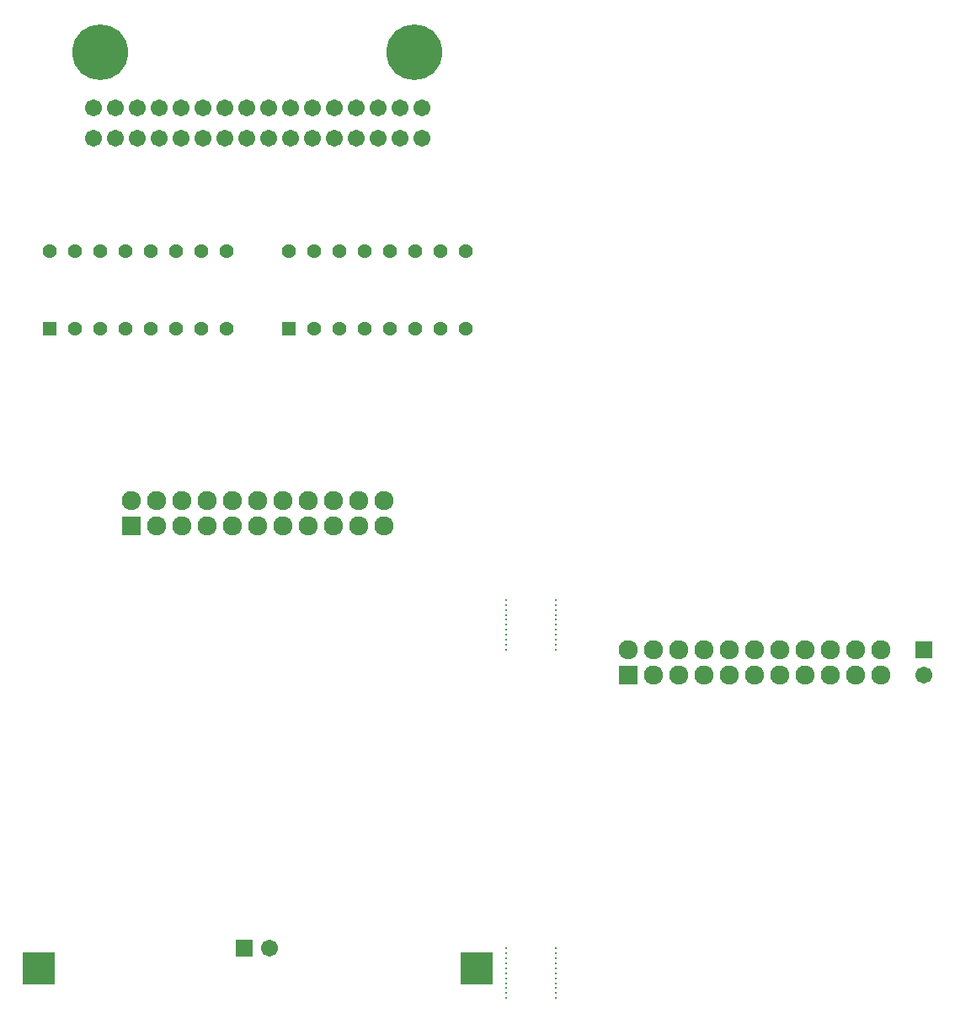
<source format=gbs>
G04*
G04 #@! TF.GenerationSoftware,Altium Limited,Altium Designer,24.1.2 (44)*
G04*
G04 Layer_Color=16711935*
%FSLAX25Y25*%
%MOIN*%
G70*
G04*
G04 #@! TF.SameCoordinates,470A4D24-D506-40DE-B28D-38AA9C1F057A*
G04*
G04*
G04 #@! TF.FilePolarity,Negative*
G04*
G01*
G75*
%ADD15R,0.07591X0.07591*%
%ADD16C,0.07591*%
%ADD17R,0.12611X0.12611*%
%ADD18R,0.06706X0.06706*%
%ADD19C,0.06706*%
%ADD20R,0.05642X0.05642*%
%ADD21C,0.05642*%
%ADD22C,0.22060*%
%ADD23R,0.06706X0.06706*%
%ADD24C,0.01181*%
D15*
X245276Y127795D02*
D03*
X48425Y186850D02*
D03*
D16*
X255276Y127795D02*
D03*
X265276D02*
D03*
X275276D02*
D03*
X285276D02*
D03*
X295276D02*
D03*
X305276D02*
D03*
X315276D02*
D03*
X325276D02*
D03*
X335276D02*
D03*
X345276D02*
D03*
X245276Y137795D02*
D03*
X255276D02*
D03*
X265276D02*
D03*
X275276D02*
D03*
X285276D02*
D03*
X295276D02*
D03*
X305276D02*
D03*
X315276D02*
D03*
X325276D02*
D03*
X335276D02*
D03*
X345276D02*
D03*
X58425Y186850D02*
D03*
X68425D02*
D03*
X78425D02*
D03*
X88425D02*
D03*
X98425D02*
D03*
X108425D02*
D03*
X118425D02*
D03*
X128425D02*
D03*
X138425D02*
D03*
X148425D02*
D03*
X48425Y196850D02*
D03*
X58425D02*
D03*
X68425D02*
D03*
X78425D02*
D03*
X88425D02*
D03*
X98425D02*
D03*
X108425D02*
D03*
X118425D02*
D03*
X128425D02*
D03*
X138425D02*
D03*
X148425D02*
D03*
D17*
X185039Y11811D02*
D03*
X11811D02*
D03*
D18*
X93307Y19685D02*
D03*
D19*
X103307D02*
D03*
X163386Y351969D02*
D03*
X154724D02*
D03*
X146063D02*
D03*
X137402D02*
D03*
X128740D02*
D03*
X120079D02*
D03*
X111417D02*
D03*
X102756D02*
D03*
X94095D02*
D03*
X85433D02*
D03*
X76772D02*
D03*
X68110D02*
D03*
X59449D02*
D03*
X50787D02*
D03*
X42126D02*
D03*
X33465D02*
D03*
X163386Y340158D02*
D03*
X154724D02*
D03*
X146063D02*
D03*
X137402D02*
D03*
X128740D02*
D03*
X120079D02*
D03*
X111417D02*
D03*
X102756D02*
D03*
X94095D02*
D03*
X85433D02*
D03*
X76772D02*
D03*
X68110D02*
D03*
X59449D02*
D03*
X50787D02*
D03*
X42126D02*
D03*
X33465D02*
D03*
X362205Y127795D02*
D03*
D20*
X16181Y264764D02*
D03*
X110669D02*
D03*
D21*
X26181D02*
D03*
X36181D02*
D03*
X46181D02*
D03*
X56181D02*
D03*
X66181D02*
D03*
X76181D02*
D03*
X86181D02*
D03*
Y295276D02*
D03*
X76181D02*
D03*
X66181D02*
D03*
X56181D02*
D03*
X46181D02*
D03*
X36181D02*
D03*
X26181D02*
D03*
X16181D02*
D03*
X120669Y264764D02*
D03*
X130669D02*
D03*
X140669D02*
D03*
X150669D02*
D03*
X160669D02*
D03*
X170669D02*
D03*
X180669D02*
D03*
Y295276D02*
D03*
X170669D02*
D03*
X160669D02*
D03*
X150669D02*
D03*
X140669D02*
D03*
X130669D02*
D03*
X120669D02*
D03*
X110669D02*
D03*
D22*
X160630Y374016D02*
D03*
X36220D02*
D03*
D23*
X362205Y137795D02*
D03*
D24*
X196850Y157480D02*
D03*
Y155512D02*
D03*
Y153543D02*
D03*
Y151575D02*
D03*
Y149606D02*
D03*
Y147638D02*
D03*
Y145669D02*
D03*
Y143701D02*
D03*
Y141732D02*
D03*
Y139764D02*
D03*
Y137795D02*
D03*
X216535D02*
D03*
Y139764D02*
D03*
Y141732D02*
D03*
Y143701D02*
D03*
Y145669D02*
D03*
D03*
Y147638D02*
D03*
Y149606D02*
D03*
Y151575D02*
D03*
Y153543D02*
D03*
Y155512D02*
D03*
Y157480D02*
D03*
Y1969D02*
D03*
Y0D02*
D03*
Y3937D02*
D03*
Y5906D02*
D03*
Y7874D02*
D03*
Y9843D02*
D03*
Y11811D02*
D03*
Y13780D02*
D03*
Y15748D02*
D03*
Y17717D02*
D03*
Y19685D02*
D03*
X196850D02*
D03*
Y17717D02*
D03*
Y15748D02*
D03*
Y13780D02*
D03*
Y11811D02*
D03*
Y9843D02*
D03*
Y7874D02*
D03*
Y5906D02*
D03*
Y1969D02*
D03*
Y3937D02*
D03*
Y0D02*
D03*
M02*

</source>
